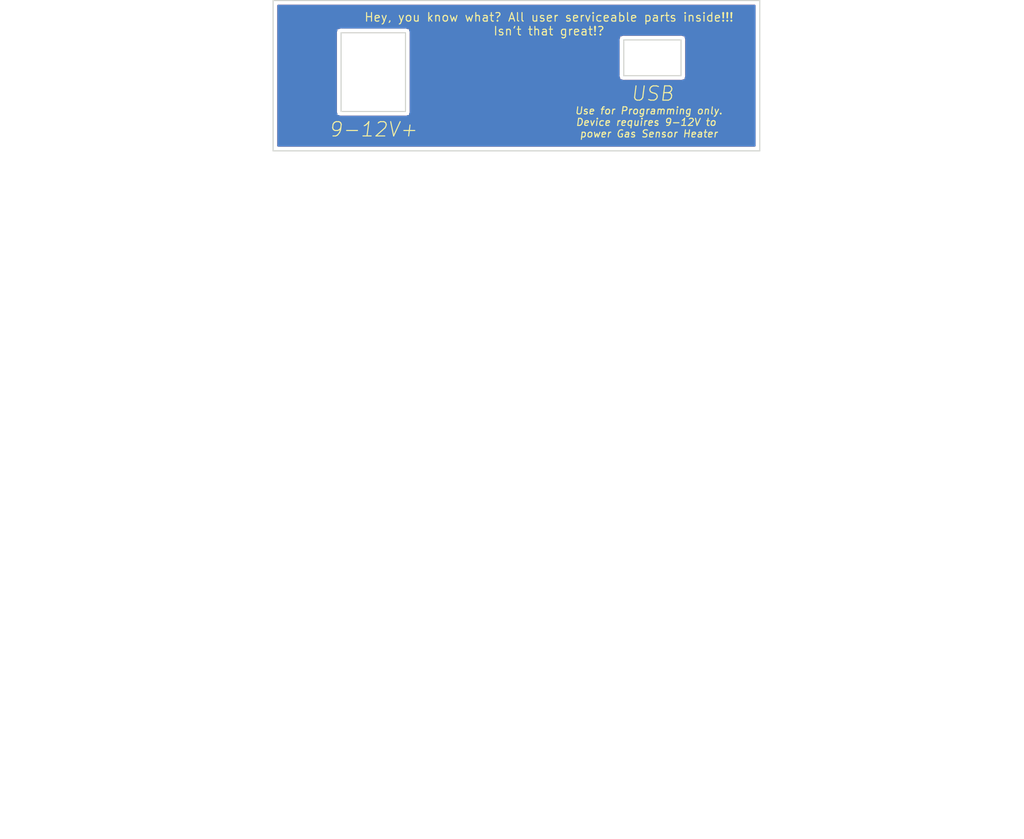
<source format=kicad_pcb>
(kicad_pcb (version 20171130) (host pcbnew 5.0.0-rc2)

  (general
    (thickness 1.6)
    (drawings 18)
    (tracks 0)
    (zones 0)
    (modules 0)
    (nets 1)
  )

  (page USLetter)
  (title_block
    (title "Project Title")
  )

  (layers
    (0 F.Cu signal)
    (31 B.Cu signal)
    (34 B.Paste user)
    (35 F.Paste user)
    (36 B.SilkS user)
    (37 F.SilkS user)
    (38 B.Mask user)
    (39 F.Mask user)
    (40 Dwgs.User user)
    (44 Edge.Cuts user)
    (46 B.CrtYd user)
    (47 F.CrtYd user)
    (48 B.Fab user)
    (49 F.Fab user)
  )

  (setup
    (last_trace_width 0.254)
    (user_trace_width 0.1524)
    (user_trace_width 0.254)
    (user_trace_width 0.3302)
    (user_trace_width 0.508)
    (user_trace_width 0.762)
    (user_trace_width 1.27)
    (trace_clearance 0.254)
    (zone_clearance 0.508)
    (zone_45_only no)
    (trace_min 0.1524)
    (segment_width 0.1524)
    (edge_width 0.1524)
    (via_size 0.6858)
    (via_drill 0.3302)
    (via_min_size 0.6858)
    (via_min_drill 0.3302)
    (user_via 0.6858 0.3302)
    (user_via 0.762 0.4064)
    (user_via 0.8636 0.508)
    (uvia_size 0.6858)
    (uvia_drill 0.3302)
    (uvias_allowed no)
    (uvia_min_size 0)
    (uvia_min_drill 0)
    (pcb_text_width 0.1524)
    (pcb_text_size 1.016 1.016)
    (mod_edge_width 0.1524)
    (mod_text_size 1.016 1.016)
    (mod_text_width 0.1524)
    (pad_size 1.524 1.524)
    (pad_drill 0.762)
    (pad_to_mask_clearance 0.0762)
    (solder_mask_min_width 0.1016)
    (pad_to_paste_clearance -0.0762)
    (aux_axis_origin 0 0)
    (visible_elements 7FFFFFFF)
    (pcbplotparams
      (layerselection 0x310fc_ffffffff)
      (usegerberextensions true)
      (usegerberattributes false)
      (usegerberadvancedattributes false)
      (creategerberjobfile false)
      (excludeedgelayer true)
      (linewidth 0.100000)
      (plotframeref false)
      (viasonmask false)
      (mode 1)
      (useauxorigin false)
      (hpglpennumber 1)
      (hpglpenspeed 20)
      (hpglpendiameter 15)
      (psnegative false)
      (psa4output false)
      (plotreference true)
      (plotvalue true)
      (plotinvisibletext false)
      (padsonsilk false)
      (subtractmaskfromsilk false)
      (outputformat 1)
      (mirror false)
      (drillshape 0)
      (scaleselection 1)
      (outputdirectory gerbers/))
  )

  (net 0 "")

  (net_class Default "This is the default net class."
    (clearance 0.254)
    (trace_width 0.254)
    (via_dia 0.6858)
    (via_drill 0.3302)
    (uvia_dia 0.6858)
    (uvia_drill 0.3302)
  )

  (gr_text "Hey, you know what? All user serviceable parts inside!!!\nIsn't that great!?" (at 98.552 82.296) (layer F.SilkS)
    (effects (font (size 1.2 1.2) (thickness 0.1524)))
  )
  (gr_text "Use for Programming only.\nDevice requires 9-12V to \npower Gas Sensor Heater" (at 112.5 96) (layer F.SilkS) (tstamp 5CF60329)
    (effects (font (size 1 1) (thickness 0.1524) italic))
  )
  (gr_text USB (at 113 92) (layer F.SilkS) (tstamp 5CF60287)
    (effects (font (size 2 2) (thickness 0.1524) italic))
  )
  (gr_text 9-12V+ (at 74 97) (layer F.SilkS)
    (effects (font (size 2 2) (thickness 0.1524) italic))
  )
  (gr_line (start 117 84.5) (end 117 85) (layer Edge.Cuts) (width 0.1524))
  (gr_line (start 109 84.5) (end 117 84.5) (layer Edge.Cuts) (width 0.1524))
  (gr_line (start 109 89.5) (end 109 84.5) (layer Edge.Cuts) (width 0.1524))
  (gr_line (start 117 89.5) (end 109 89.5) (layer Edge.Cuts) (width 0.1524))
  (gr_line (start 117 85) (end 117 89.5) (layer Edge.Cuts) (width 0.1524))
  (gr_line (start 78.5 83.5) (end 69.5 83.5) (layer Edge.Cuts) (width 0.1524))
  (gr_line (start 78.5 94.5) (end 78.5 83.5) (layer Edge.Cuts) (width 0.1524))
  (gr_line (start 69.5 94.5) (end 78.5 94.5) (layer Edge.Cuts) (width 0.1524))
  (gr_line (start 69.5 83.5) (end 69.5 94.5) (layer Edge.Cuts) (width 0.1524))
  (gr_line (start 128 100) (end 60 100) (layer Edge.Cuts) (width 0.1524))
  (gr_line (start 128 79) (end 128 100) (layer Edge.Cuts) (width 0.1524))
  (gr_line (start 60 79) (end 128 79) (layer Edge.Cuts) (width 0.1524))
  (gr_line (start 60 100) (end 60 79) (layer Edge.Cuts) (width 0.1524))
  (gr_text "FABRICATION NOTES\n\n1. THIS IS A 2 LAYER BOARD. \n2. EXTERNAL LAYERS SHALL HAVE 1 OZ COPPER.\n3. MATERIAL: FR4 AND 0.062 INCH +/- 10% THICK.\n4. BOARDS SHALL BE ROHS COMPLIANT. \n5. MANUFACTURE IN ACCORDANCE WITH IPC-6012 CLASS 2\n6. MASK: BOTH SIDES OF THE BOARD SHALL HAVE \n   SOLDER MASK (ANY COLOR) OVER BARE COPPER. \n7. SILK: BOTH SIDES OF THE BOARD SHALL HAVE \n   WHITE SILKSCREEN. DO NOT PLACE SILK OVER BARE COPPER.\n8. FINISH: ENIG.\n9. MINIMUM TRACE WIDTH - 0.006 INCH.\n   MINIMUM SPACE - 0.006 INCH.\n   MINIMUM HOLE DIA - 0.013 INCH. \n10. MAX HOLE PLACEMENT TOLERANCE OF +/- 0.003 INCH.\n11. MAX HOLE DIAMETER TOLERANCE OF +/- 0.003 INCH AFTER PLATING." (at 21.844 161.544) (layer Dwgs.User)
    (effects (font (size 2.54 2.54) (thickness 0.254)) (justify left))
  )

  (zone (net 0) (net_name "") (layers F&B.Cu) (tstamp 0) (hatch edge 0.508)
    (connect_pads (clearance 0.508))
    (min_thickness 0.254)
    (keepout (tracks not_allowed) (vias not_allowed) (copperpour not_allowed))
    (fill (arc_segments 16) (thermal_gap 0.508) (thermal_bridge_width 0.508))
    (polygon
      (pts
        (xy 108.5 84) (xy 108.5 90) (xy 117.5 90) (xy 117.5 84)
      )
    )
  )
  (zone (net 0) (net_name "") (layers F&B.Cu) (tstamp 0) (hatch edge 0.508)
    (connect_pads (clearance 0.508))
    (min_thickness 0.254)
    (keepout (tracks not_allowed) (vias not_allowed) (copperpour not_allowed))
    (fill (arc_segments 16) (thermal_gap 0.508) (thermal_bridge_width 0.508))
    (polygon
      (pts
        (xy 69 83) (xy 79 83) (xy 79 95) (xy 69 95)
      )
    )
  )
  (zone (net 0) (net_name "") (layer F.Cu) (tstamp 0) (hatch edge 0.508)
    (connect_pads (clearance 0.508))
    (min_thickness 0.254)
    (fill yes (arc_segments 16) (thermal_gap 0.508) (thermal_bridge_width 0.508))
    (polygon
      (pts
        (xy 60.5 79.5) (xy 60.5 99.5) (xy 127.5 99.5) (xy 127.5 79.5)
      )
    )
    (filled_polygon
      (pts
        (xy 127.288801 99.2888) (xy 60.711199 99.2888) (xy 60.711199 83.5) (xy 68.774867 83.5) (xy 68.7888 83.570046)
        (xy 68.788801 94.429949) (xy 68.774867 94.5) (xy 68.830064 94.777496) (xy 68.873 94.841754) (xy 68.873 95)
        (xy 68.882667 95.048601) (xy 68.910197 95.089803) (xy 68.951399 95.117333) (xy 69 95.127) (xy 69.158246 95.127)
        (xy 69.222504 95.169936) (xy 69.429954 95.2112) (xy 69.5 95.225133) (xy 69.570045 95.2112) (xy 78.429955 95.2112)
        (xy 78.5 95.225133) (xy 78.570046 95.2112) (xy 78.777496 95.169936) (xy 78.841754 95.127) (xy 79 95.127)
        (xy 79.048601 95.117333) (xy 79.089803 95.089803) (xy 79.117333 95.048601) (xy 79.127 95) (xy 79.127 94.841754)
        (xy 79.169936 94.777496) (xy 79.225133 94.5) (xy 79.211199 94.429949) (xy 79.211199 84.5) (xy 108.274867 84.5)
        (xy 108.288801 84.570051) (xy 108.2888 89.429953) (xy 108.274867 89.5) (xy 108.330064 89.777496) (xy 108.373 89.841754)
        (xy 108.373 90) (xy 108.382667 90.048601) (xy 108.410197 90.089803) (xy 108.451399 90.117333) (xy 108.5 90.127)
        (xy 108.658246 90.127) (xy 108.722504 90.169936) (xy 108.929954 90.2112) (xy 108.929955 90.2112) (xy 109 90.225133)
        (xy 109.070046 90.2112) (xy 116.929954 90.2112) (xy 117 90.225133) (xy 117.070045 90.2112) (xy 117.070046 90.2112)
        (xy 117.277496 90.169936) (xy 117.341754 90.127) (xy 117.5 90.127) (xy 117.548601 90.117333) (xy 117.589803 90.089803)
        (xy 117.617333 90.048601) (xy 117.627 90) (xy 117.627 89.841754) (xy 117.669936 89.777496) (xy 117.725133 89.5)
        (xy 117.7112 89.429953) (xy 117.711199 85.07005) (xy 117.7112 85.070045) (xy 117.711199 84.57005) (xy 117.725133 84.5)
        (xy 117.669936 84.222504) (xy 117.627 84.158246) (xy 117.627 84) (xy 117.617333 83.951399) (xy 117.589803 83.910197)
        (xy 117.548601 83.882667) (xy 117.5 83.873) (xy 117.341754 83.873) (xy 117.277496 83.830064) (xy 117.070046 83.7888)
        (xy 117 83.774867) (xy 116.929955 83.7888) (xy 109.070045 83.7888) (xy 109 83.774867) (xy 108.929954 83.7888)
        (xy 108.722504 83.830064) (xy 108.658246 83.873) (xy 108.5 83.873) (xy 108.451399 83.882667) (xy 108.410197 83.910197)
        (xy 108.382667 83.951399) (xy 108.373 84) (xy 108.373 84.158246) (xy 108.330064 84.222504) (xy 108.274867 84.5)
        (xy 79.211199 84.5) (xy 79.2112 83.570046) (xy 79.225133 83.5) (xy 79.169936 83.222504) (xy 79.127 83.158246)
        (xy 79.127 83) (xy 79.117333 82.951399) (xy 79.089803 82.910197) (xy 79.048601 82.882667) (xy 79 82.873)
        (xy 78.841754 82.873) (xy 78.777496 82.830064) (xy 78.570046 82.7888) (xy 78.570045 82.7888) (xy 78.5 82.774867)
        (xy 78.429954 82.7888) (xy 69.570046 82.7888) (xy 69.5 82.774867) (xy 69.429955 82.7888) (xy 69.429954 82.7888)
        (xy 69.222504 82.830064) (xy 69.158246 82.873) (xy 69 82.873) (xy 68.951399 82.882667) (xy 68.910197 82.910197)
        (xy 68.882667 82.951399) (xy 68.873 83) (xy 68.873 83.158246) (xy 68.830064 83.222504) (xy 68.774867 83.5)
        (xy 60.711199 83.5) (xy 60.7112 79.7112) (xy 127.2888 79.7112)
      )
    )
  )
  (zone (net 0) (net_name "") (layer B.Cu) (tstamp 5CF60312) (hatch edge 0.508)
    (connect_pads (clearance 0.508))
    (min_thickness 0.254)
    (fill yes (arc_segments 16) (thermal_gap 0.508) (thermal_bridge_width 0.508))
    (polygon
      (pts
        (xy 60.494746 79.5) (xy 60.494746 99.5) (xy 127.494746 99.5) (xy 127.494746 79.5)
      )
    )
    (filled_polygon
      (pts
        (xy 127.288801 99.2888) (xy 60.711199 99.2888) (xy 60.711199 83.5) (xy 68.774867 83.5) (xy 68.7888 83.570046)
        (xy 68.788801 94.429949) (xy 68.774867 94.5) (xy 68.830064 94.777496) (xy 68.873 94.841754) (xy 68.873 95)
        (xy 68.882667 95.048601) (xy 68.910197 95.089803) (xy 68.951399 95.117333) (xy 69 95.127) (xy 69.158246 95.127)
        (xy 69.222504 95.169936) (xy 69.429954 95.2112) (xy 69.5 95.225133) (xy 69.570045 95.2112) (xy 78.429955 95.2112)
        (xy 78.5 95.225133) (xy 78.570046 95.2112) (xy 78.777496 95.169936) (xy 78.841754 95.127) (xy 79 95.127)
        (xy 79.048601 95.117333) (xy 79.089803 95.089803) (xy 79.117333 95.048601) (xy 79.127 95) (xy 79.127 94.841754)
        (xy 79.169936 94.777496) (xy 79.225133 94.5) (xy 79.211199 94.429949) (xy 79.211199 84.5) (xy 108.274867 84.5)
        (xy 108.288801 84.570051) (xy 108.2888 89.429953) (xy 108.274867 89.5) (xy 108.330064 89.777496) (xy 108.373 89.841754)
        (xy 108.373 90) (xy 108.382667 90.048601) (xy 108.410197 90.089803) (xy 108.451399 90.117333) (xy 108.5 90.127)
        (xy 108.658246 90.127) (xy 108.722504 90.169936) (xy 108.929954 90.2112) (xy 108.929955 90.2112) (xy 109 90.225133)
        (xy 109.070046 90.2112) (xy 116.929954 90.2112) (xy 117 90.225133) (xy 117.070045 90.2112) (xy 117.070046 90.2112)
        (xy 117.277496 90.169936) (xy 117.341754 90.127) (xy 117.5 90.127) (xy 117.548601 90.117333) (xy 117.589803 90.089803)
        (xy 117.617333 90.048601) (xy 117.627 90) (xy 117.627 89.841754) (xy 117.669936 89.777496) (xy 117.725133 89.5)
        (xy 117.7112 89.429953) (xy 117.711199 85.07005) (xy 117.7112 85.070045) (xy 117.711199 84.57005) (xy 117.725133 84.5)
        (xy 117.669936 84.222504) (xy 117.627 84.158246) (xy 117.627 84) (xy 117.617333 83.951399) (xy 117.589803 83.910197)
        (xy 117.548601 83.882667) (xy 117.5 83.873) (xy 117.341754 83.873) (xy 117.277496 83.830064) (xy 117.070046 83.7888)
        (xy 117 83.774867) (xy 116.929955 83.7888) (xy 109.070045 83.7888) (xy 109 83.774867) (xy 108.929954 83.7888)
        (xy 108.722504 83.830064) (xy 108.658246 83.873) (xy 108.5 83.873) (xy 108.451399 83.882667) (xy 108.410197 83.910197)
        (xy 108.382667 83.951399) (xy 108.373 84) (xy 108.373 84.158246) (xy 108.330064 84.222504) (xy 108.274867 84.5)
        (xy 79.211199 84.5) (xy 79.2112 83.570046) (xy 79.225133 83.5) (xy 79.169936 83.222504) (xy 79.127 83.158246)
        (xy 79.127 83) (xy 79.117333 82.951399) (xy 79.089803 82.910197) (xy 79.048601 82.882667) (xy 79 82.873)
        (xy 78.841754 82.873) (xy 78.777496 82.830064) (xy 78.570046 82.7888) (xy 78.570045 82.7888) (xy 78.5 82.774867)
        (xy 78.429954 82.7888) (xy 69.570046 82.7888) (xy 69.5 82.774867) (xy 69.429955 82.7888) (xy 69.429954 82.7888)
        (xy 69.222504 82.830064) (xy 69.158246 82.873) (xy 69 82.873) (xy 68.951399 82.882667) (xy 68.910197 82.910197)
        (xy 68.882667 82.951399) (xy 68.873 83) (xy 68.873 83.158246) (xy 68.830064 83.222504) (xy 68.774867 83.5)
        (xy 60.711199 83.5) (xy 60.7112 79.7112) (xy 127.2888 79.7112)
      )
    )
  )
)

</source>
